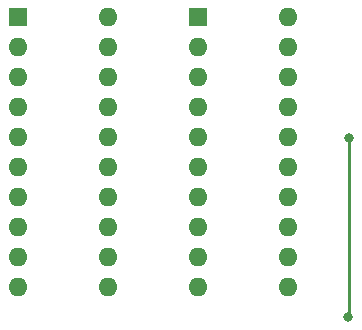
<source format=gbr>
%TF.GenerationSoftware,KiCad,Pcbnew,(6.0.7)*%
%TF.CreationDate,2022-08-17T10:28:51+09:00*%
%TF.ProjectId,demo_p02,64656d6f-5f70-4303-922e-6b696361645f,rev?*%
%TF.SameCoordinates,Original*%
%TF.FileFunction,Copper,L2,Bot*%
%TF.FilePolarity,Positive*%
%FSLAX46Y46*%
G04 Gerber Fmt 4.6, Leading zero omitted, Abs format (unit mm)*
G04 Created by KiCad (PCBNEW (6.0.7)) date 2022-08-17 10:28:51*
%MOMM*%
%LPD*%
G01*
G04 APERTURE LIST*
%TA.AperFunction,ComponentPad*%
%ADD10R,1.600000X1.600000*%
%TD*%
%TA.AperFunction,ComponentPad*%
%ADD11O,1.600000X1.600000*%
%TD*%
%TA.AperFunction,ViaPad*%
%ADD12C,0.800000*%
%TD*%
%TA.AperFunction,Conductor*%
%ADD13C,0.250000*%
%TD*%
G04 APERTURE END LIST*
D10*
%TO.P,U3,1,~{Mr}*%
%TO.N,unconnected-(U3-Pad1)*%
X97790000Y-69850000D03*
D11*
%TO.P,U3,2,Q0*%
%TO.N,unconnected-(U3-Pad2)*%
X97790000Y-72390000D03*
%TO.P,U3,3,D0*%
%TO.N,Q0*%
X97790000Y-74930000D03*
%TO.P,U3,4,D1*%
%TO.N,unconnected-(U3-Pad4)*%
X97790000Y-77470000D03*
%TO.P,U3,5,Q1*%
%TO.N,unconnected-(U3-Pad5)*%
X97790000Y-80010000D03*
%TO.P,U3,6,Q2*%
%TO.N,unconnected-(U3-Pad6)*%
X97790000Y-82550000D03*
%TO.P,U3,7,D2*%
%TO.N,unconnected-(U3-Pad7)*%
X97790000Y-85090000D03*
%TO.P,U3,8,D3*%
%TO.N,unconnected-(U3-Pad8)*%
X97790000Y-87630000D03*
%TO.P,U3,9,Q3*%
%TO.N,unconnected-(U3-Pad9)*%
X97790000Y-90170000D03*
%TO.P,U3,10,GND*%
%TO.N,GND*%
X97790000Y-92710000D03*
%TO.P,U3,11,Cp*%
%TO.N,unconnected-(U3-Pad11)*%
X105410000Y-92710000D03*
%TO.P,U3,12,Q4*%
%TO.N,unconnected-(U3-Pad12)*%
X105410000Y-90170000D03*
%TO.P,U3,13,D4*%
%TO.N,unconnected-(U3-Pad13)*%
X105410000Y-87630000D03*
%TO.P,U3,14,D5*%
%TO.N,unconnected-(U3-Pad14)*%
X105410000Y-85090000D03*
%TO.P,U3,15,Q5*%
%TO.N,unconnected-(U3-Pad15)*%
X105410000Y-82550000D03*
%TO.P,U3,16,Q6*%
%TO.N,unconnected-(U3-Pad16)*%
X105410000Y-80010000D03*
%TO.P,U3,17,D6*%
%TO.N,unconnected-(U3-Pad17)*%
X105410000Y-77470000D03*
%TO.P,U3,18,D7*%
%TO.N,unconnected-(U3-Pad18)*%
X105410000Y-74930000D03*
%TO.P,U3,19,Q7*%
%TO.N,unconnected-(U3-Pad19)*%
X105410000Y-72390000D03*
%TO.P,U3,20,VCC*%
%TO.N,unconnected-(U3-Pad20)*%
X105410000Y-69850000D03*
%TD*%
D10*
%TO.P,U2,1,~{Mr}*%
%TO.N,unconnected-(U2-Pad1)*%
X113040000Y-69855000D03*
D11*
%TO.P,U2,2,Q0*%
%TO.N,Q0*%
X113040000Y-72395000D03*
%TO.P,U2,3,D0*%
%TO.N,unconnected-(U2-Pad3)*%
X113040000Y-74935000D03*
%TO.P,U2,4,D1*%
%TO.N,Net-(U1-Pad1)*%
X113040000Y-77475000D03*
%TO.P,U2,5,Q1*%
%TO.N,unconnected-(U2-Pad5)*%
X113040000Y-80015000D03*
%TO.P,U2,6,Q2*%
%TO.N,unconnected-(U2-Pad6)*%
X113040000Y-82555000D03*
%TO.P,U2,7,D2*%
%TO.N,Net-(U1-Pad3)*%
X113040000Y-85095000D03*
%TO.P,U2,8,D3*%
%TO.N,unconnected-(U2-Pad8)*%
X113040000Y-87635000D03*
%TO.P,U2,9,Q3*%
%TO.N,unconnected-(U2-Pad9)*%
X113040000Y-90175000D03*
%TO.P,U2,10,GND*%
%TO.N,GND*%
X113040000Y-92715000D03*
%TO.P,U2,11,Cp*%
%TO.N,unconnected-(U2-Pad11)*%
X120660000Y-92715000D03*
%TO.P,U2,12,Q4*%
%TO.N,unconnected-(U2-Pad12)*%
X120660000Y-90175000D03*
%TO.P,U2,13,D4*%
%TO.N,unconnected-(U2-Pad13)*%
X120660000Y-87635000D03*
%TO.P,U2,14,D5*%
%TO.N,unconnected-(U2-Pad14)*%
X120660000Y-85095000D03*
%TO.P,U2,15,Q5*%
%TO.N,unconnected-(U2-Pad15)*%
X120660000Y-82555000D03*
%TO.P,U2,16,Q6*%
%TO.N,unconnected-(U2-Pad16)*%
X120660000Y-80015000D03*
%TO.P,U2,17,D6*%
%TO.N,unconnected-(U2-Pad17)*%
X120660000Y-77475000D03*
%TO.P,U2,18,D7*%
%TO.N,unconnected-(U2-Pad18)*%
X120660000Y-74935000D03*
%TO.P,U2,19,Q7*%
%TO.N,unconnected-(U2-Pad19)*%
X120660000Y-72395000D03*
%TO.P,U2,20,VCC*%
%TO.N,unconnected-(U2-Pad20)*%
X120660000Y-69855000D03*
%TD*%
D12*
%TO.N,GND*%
X125690000Y-95260000D03*
X125790000Y-80060000D03*
%TD*%
D13*
%TO.N,GND*%
X125790000Y-95160000D02*
X125690000Y-95260000D01*
X125790000Y-80060000D02*
X125790000Y-95160000D01*
%TD*%
M02*

</source>
